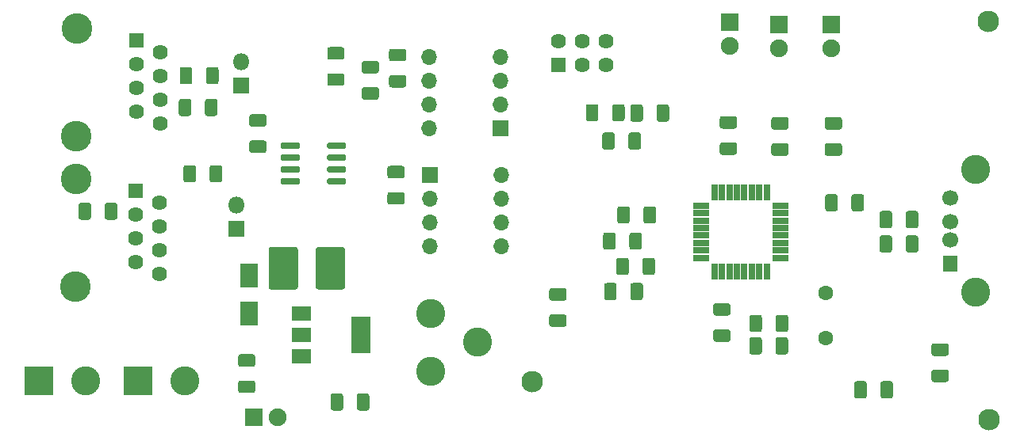
<source format=gbr>
%TF.GenerationSoftware,KiCad,Pcbnew,5.1.6-c6e7f7d~87~ubuntu18.04.1*%
%TF.CreationDate,2021-03-29T12:27:15+02:00*%
%TF.ProjectId,sboxnet2usb,73626f78-6e65-4743-9275-73622e6b6963,rev?*%
%TF.SameCoordinates,Original*%
%TF.FileFunction,Soldermask,Bot*%
%TF.FilePolarity,Negative*%
%FSLAX46Y46*%
G04 Gerber Fmt 4.6, Leading zero omitted, Abs format (unit mm)*
G04 Created by KiCad (PCBNEW 5.1.6-c6e7f7d~87~ubuntu18.04.1) date 2021-03-29 12:27:15*
%MOMM*%
%LPD*%
G01*
G04 APERTURE LIST*
%ADD10R,1.900000X2.600000*%
%ADD11C,1.700000*%
%ADD12R,1.600000X1.700000*%
%ADD13C,3.100000*%
%ADD14C,2.300000*%
%ADD15C,3.270000*%
%ADD16R,1.624000X1.624000*%
%ADD17C,1.624000*%
%ADD18O,1.800000X1.800000*%
%ADD19R,1.800000X1.800000*%
%ADD20R,3.100000X3.100000*%
%ADD21R,2.100000X1.600000*%
%ADD22R,2.100000X3.900000*%
%ADD23C,1.600000*%
%ADD24O,1.700000X1.700000*%
%ADD25R,1.700000X1.700000*%
%ADD26R,1.700000X0.650000*%
%ADD27R,0.650000X1.700000*%
%ADD28O,1.900000X1.900000*%
%ADD29R,1.900000X1.900000*%
G04 APERTURE END LIST*
%TO.C,R10*%
G36*
G01*
X176230000Y-92775000D02*
X174920000Y-92775000D01*
G75*
G02*
X174650000Y-92505000I0J270000D01*
G01*
X174650000Y-91695000D01*
G75*
G02*
X174920000Y-91425000I270000J0D01*
G01*
X176230000Y-91425000D01*
G75*
G02*
X176500000Y-91695000I0J-270000D01*
G01*
X176500000Y-92505000D01*
G75*
G02*
X176230000Y-92775000I-270000J0D01*
G01*
G37*
G36*
G01*
X176230000Y-95575000D02*
X174920000Y-95575000D01*
G75*
G02*
X174650000Y-95305000I0J270000D01*
G01*
X174650000Y-94495000D01*
G75*
G02*
X174920000Y-94225000I270000J0D01*
G01*
X176230000Y-94225000D01*
G75*
G02*
X176500000Y-94495000I0J-270000D01*
G01*
X176500000Y-95305000D01*
G75*
G02*
X176230000Y-95575000I-270000J0D01*
G01*
G37*
%TD*%
D10*
%TO.C,D5*%
X174600000Y-108700000D03*
X174600000Y-112700000D03*
%TD*%
D11*
%TO.C,J1*%
X249500000Y-100400000D03*
X249500000Y-102900000D03*
X249500000Y-104900000D03*
D12*
X249500000Y-107400000D03*
D13*
X252210000Y-97330000D03*
X252210000Y-110470000D03*
%TD*%
D14*
%TO.C,REF\u002A\u002A*%
X253600000Y-124100000D03*
%TD*%
%TO.C,REF\u002A\u002A*%
X253500000Y-81500000D03*
%TD*%
%TO.C,REF\u002A\u002A*%
X204900000Y-120000000D03*
%TD*%
%TO.C,R13*%
G36*
G01*
X168975001Y-97145000D02*
X168975001Y-98455000D01*
G75*
G02*
X168705001Y-98725000I-270000J0D01*
G01*
X167895001Y-98725000D01*
G75*
G02*
X167625001Y-98455000I0J270000D01*
G01*
X167625001Y-97145000D01*
G75*
G02*
X167895001Y-96875000I270000J0D01*
G01*
X168705001Y-96875000D01*
G75*
G02*
X168975001Y-97145000I0J-270000D01*
G01*
G37*
G36*
G01*
X171775001Y-97145000D02*
X171775001Y-98455000D01*
G75*
G02*
X171505001Y-98725000I-270000J0D01*
G01*
X170695001Y-98725000D01*
G75*
G02*
X170425001Y-98455000I0J270000D01*
G01*
X170425001Y-97145000D01*
G75*
G02*
X170695001Y-96875000I270000J0D01*
G01*
X171505001Y-96875000D01*
G75*
G02*
X171775001Y-97145000I0J-270000D01*
G01*
G37*
%TD*%
D15*
%TO.C,J3*%
X156075540Y-109850000D03*
X156200000Y-98385000D03*
D16*
X162550000Y-99660000D03*
D17*
X165090000Y-100930000D03*
X162550000Y-102200000D03*
X165090000Y-103470000D03*
X162550000Y-104740000D03*
X162550000Y-107280000D03*
X165090000Y-106005000D03*
X165090000Y-108545000D03*
%TD*%
D15*
%TO.C,J4*%
X156175540Y-93750000D03*
X156300000Y-82285000D03*
D16*
X162650000Y-83560000D03*
D17*
X165190000Y-84830000D03*
X162650000Y-86100000D03*
X165190000Y-87370000D03*
X162650000Y-88640000D03*
X162650000Y-91180000D03*
X165190000Y-89905000D03*
X165190000Y-92445000D03*
%TD*%
%TO.C,R17*%
G36*
G01*
X170025000Y-87955000D02*
X170025000Y-86645000D01*
G75*
G02*
X170295000Y-86375000I270000J0D01*
G01*
X171105000Y-86375000D01*
G75*
G02*
X171375000Y-86645000I0J-270000D01*
G01*
X171375000Y-87955000D01*
G75*
G02*
X171105000Y-88225000I-270000J0D01*
G01*
X170295000Y-88225000D01*
G75*
G02*
X170025000Y-87955000I0J270000D01*
G01*
G37*
G36*
G01*
X167225000Y-87955000D02*
X167225000Y-86645000D01*
G75*
G02*
X167495000Y-86375000I270000J0D01*
G01*
X168305000Y-86375000D01*
G75*
G02*
X168575000Y-86645000I0J-270000D01*
G01*
X168575000Y-87955000D01*
G75*
G02*
X168305000Y-88225000I-270000J0D01*
G01*
X167495000Y-88225000D01*
G75*
G02*
X167225000Y-87955000I0J270000D01*
G01*
G37*
%TD*%
D18*
%TO.C,J5*%
X173300000Y-101160000D03*
D19*
X173300000Y-103700000D03*
%TD*%
%TO.C,R18*%
G36*
G01*
X157775000Y-101145000D02*
X157775000Y-102455000D01*
G75*
G02*
X157505000Y-102725000I-270000J0D01*
G01*
X156695000Y-102725000D01*
G75*
G02*
X156425000Y-102455000I0J270000D01*
G01*
X156425000Y-101145000D01*
G75*
G02*
X156695000Y-100875000I270000J0D01*
G01*
X157505000Y-100875000D01*
G75*
G02*
X157775000Y-101145000I0J-270000D01*
G01*
G37*
G36*
G01*
X160575000Y-101145000D02*
X160575000Y-102455000D01*
G75*
G02*
X160305000Y-102725000I-270000J0D01*
G01*
X159495000Y-102725000D01*
G75*
G02*
X159225000Y-102455000I0J270000D01*
G01*
X159225000Y-101145000D01*
G75*
G02*
X159495000Y-100875000I270000J0D01*
G01*
X160305000Y-100875000D01*
G75*
G02*
X160575000Y-101145000I0J-270000D01*
G01*
G37*
%TD*%
%TO.C,R14*%
G36*
G01*
X168475000Y-90045000D02*
X168475000Y-91355000D01*
G75*
G02*
X168205000Y-91625000I-270000J0D01*
G01*
X167395000Y-91625000D01*
G75*
G02*
X167125000Y-91355000I0J270000D01*
G01*
X167125000Y-90045000D01*
G75*
G02*
X167395000Y-89775000I270000J0D01*
G01*
X168205000Y-89775000D01*
G75*
G02*
X168475000Y-90045000I0J-270000D01*
G01*
G37*
G36*
G01*
X171275000Y-90045000D02*
X171275000Y-91355000D01*
G75*
G02*
X171005000Y-91625000I-270000J0D01*
G01*
X170195000Y-91625000D01*
G75*
G02*
X169925000Y-91355000I0J270000D01*
G01*
X169925000Y-90045000D01*
G75*
G02*
X170195000Y-89775000I270000J0D01*
G01*
X171005000Y-89775000D01*
G75*
G02*
X171275000Y-90045000I0J-270000D01*
G01*
G37*
%TD*%
%TO.C,U5*%
G36*
G01*
X180050000Y-94620000D02*
X180050000Y-94970000D01*
G75*
G02*
X179875000Y-95145000I-175000J0D01*
G01*
X178175000Y-95145000D01*
G75*
G02*
X178000000Y-94970000I0J175000D01*
G01*
X178000000Y-94620000D01*
G75*
G02*
X178175000Y-94445000I175000J0D01*
G01*
X179875000Y-94445000D01*
G75*
G02*
X180050000Y-94620000I0J-175000D01*
G01*
G37*
G36*
G01*
X180050000Y-95890000D02*
X180050000Y-96240000D01*
G75*
G02*
X179875000Y-96415000I-175000J0D01*
G01*
X178175000Y-96415000D01*
G75*
G02*
X178000000Y-96240000I0J175000D01*
G01*
X178000000Y-95890000D01*
G75*
G02*
X178175000Y-95715000I175000J0D01*
G01*
X179875000Y-95715000D01*
G75*
G02*
X180050000Y-95890000I0J-175000D01*
G01*
G37*
G36*
G01*
X180050000Y-97160000D02*
X180050000Y-97510000D01*
G75*
G02*
X179875000Y-97685000I-175000J0D01*
G01*
X178175000Y-97685000D01*
G75*
G02*
X178000000Y-97510000I0J175000D01*
G01*
X178000000Y-97160000D01*
G75*
G02*
X178175000Y-96985000I175000J0D01*
G01*
X179875000Y-96985000D01*
G75*
G02*
X180050000Y-97160000I0J-175000D01*
G01*
G37*
G36*
G01*
X180050000Y-98430000D02*
X180050000Y-98780000D01*
G75*
G02*
X179875000Y-98955000I-175000J0D01*
G01*
X178175000Y-98955000D01*
G75*
G02*
X178000000Y-98780000I0J175000D01*
G01*
X178000000Y-98430000D01*
G75*
G02*
X178175000Y-98255000I175000J0D01*
G01*
X179875000Y-98255000D01*
G75*
G02*
X180050000Y-98430000I0J-175000D01*
G01*
G37*
G36*
G01*
X185000000Y-98430000D02*
X185000000Y-98780000D01*
G75*
G02*
X184825000Y-98955000I-175000J0D01*
G01*
X183125000Y-98955000D01*
G75*
G02*
X182950000Y-98780000I0J175000D01*
G01*
X182950000Y-98430000D01*
G75*
G02*
X183125000Y-98255000I175000J0D01*
G01*
X184825000Y-98255000D01*
G75*
G02*
X185000000Y-98430000I0J-175000D01*
G01*
G37*
G36*
G01*
X185000000Y-97160000D02*
X185000000Y-97510000D01*
G75*
G02*
X184825000Y-97685000I-175000J0D01*
G01*
X183125000Y-97685000D01*
G75*
G02*
X182950000Y-97510000I0J175000D01*
G01*
X182950000Y-97160000D01*
G75*
G02*
X183125000Y-96985000I175000J0D01*
G01*
X184825000Y-96985000D01*
G75*
G02*
X185000000Y-97160000I0J-175000D01*
G01*
G37*
G36*
G01*
X185000000Y-95890000D02*
X185000000Y-96240000D01*
G75*
G02*
X184825000Y-96415000I-175000J0D01*
G01*
X183125000Y-96415000D01*
G75*
G02*
X182950000Y-96240000I0J175000D01*
G01*
X182950000Y-95890000D01*
G75*
G02*
X183125000Y-95715000I175000J0D01*
G01*
X184825000Y-95715000D01*
G75*
G02*
X185000000Y-95890000I0J-175000D01*
G01*
G37*
G36*
G01*
X185000000Y-94620000D02*
X185000000Y-94970000D01*
G75*
G02*
X184825000Y-95145000I-175000J0D01*
G01*
X183125000Y-95145000D01*
G75*
G02*
X182950000Y-94970000I0J175000D01*
G01*
X182950000Y-94620000D01*
G75*
G02*
X183125000Y-94445000I175000J0D01*
G01*
X184825000Y-94445000D01*
G75*
G02*
X185000000Y-94620000I0J-175000D01*
G01*
G37*
%TD*%
D18*
%TO.C,J6*%
X173800000Y-85835000D03*
D19*
X173800000Y-88375000D03*
%TD*%
D13*
%TO.C,J7*%
X157200000Y-119900000D03*
D20*
X152200000Y-119900000D03*
%TD*%
%TO.C,R11*%
G36*
G01*
X173720000Y-119900000D02*
X175030000Y-119900000D01*
G75*
G02*
X175300000Y-120170000I0J-270000D01*
G01*
X175300000Y-120980000D01*
G75*
G02*
X175030000Y-121250000I-270000J0D01*
G01*
X173720000Y-121250000D01*
G75*
G02*
X173450000Y-120980000I0J270000D01*
G01*
X173450000Y-120170000D01*
G75*
G02*
X173720000Y-119900000I270000J0D01*
G01*
G37*
G36*
G01*
X173720000Y-117100000D02*
X175030000Y-117100000D01*
G75*
G02*
X175300000Y-117370000I0J-270000D01*
G01*
X175300000Y-118180000D01*
G75*
G02*
X175030000Y-118450000I-270000J0D01*
G01*
X173720000Y-118450000D01*
G75*
G02*
X173450000Y-118180000I0J270000D01*
G01*
X173450000Y-117370000D01*
G75*
G02*
X173720000Y-117100000I270000J0D01*
G01*
G37*
%TD*%
%TO.C,TH2*%
G36*
G01*
X181750000Y-109916735D02*
X181750000Y-105883265D01*
G75*
G02*
X182008265Y-105625000I258265J0D01*
G01*
X184616735Y-105625000D01*
G75*
G02*
X184875000Y-105883265I0J-258265D01*
G01*
X184875000Y-109916735D01*
G75*
G02*
X184616735Y-110175000I-258265J0D01*
G01*
X182008265Y-110175000D01*
G75*
G02*
X181750000Y-109916735I0J258265D01*
G01*
G37*
G36*
G01*
X176725000Y-109916735D02*
X176725000Y-105883265D01*
G75*
G02*
X176983265Y-105625000I258265J0D01*
G01*
X179591735Y-105625000D01*
G75*
G02*
X179850000Y-105883265I0J-258265D01*
G01*
X179850000Y-109916735D01*
G75*
G02*
X179591735Y-110175000I-258265J0D01*
G01*
X176983265Y-110175000D01*
G75*
G02*
X176725000Y-109916735I0J258265D01*
G01*
G37*
%TD*%
%TO.C,C8*%
G36*
G01*
X184675000Y-121545000D02*
X184675000Y-122855000D01*
G75*
G02*
X184405000Y-123125000I-270000J0D01*
G01*
X183595000Y-123125000D01*
G75*
G02*
X183325000Y-122855000I0J270000D01*
G01*
X183325000Y-121545000D01*
G75*
G02*
X183595000Y-121275000I270000J0D01*
G01*
X184405000Y-121275000D01*
G75*
G02*
X184675000Y-121545000I0J-270000D01*
G01*
G37*
G36*
G01*
X187475000Y-121545000D02*
X187475000Y-122855000D01*
G75*
G02*
X187205000Y-123125000I-270000J0D01*
G01*
X186395000Y-123125000D01*
G75*
G02*
X186125000Y-122855000I0J270000D01*
G01*
X186125000Y-121545000D01*
G75*
G02*
X186395000Y-121275000I270000J0D01*
G01*
X187205000Y-121275000D01*
G75*
G02*
X187475000Y-121545000I0J-270000D01*
G01*
G37*
%TD*%
%TO.C,R8*%
G36*
G01*
X190980000Y-98300000D02*
X189670000Y-98300000D01*
G75*
G02*
X189400000Y-98030000I0J270000D01*
G01*
X189400000Y-97220000D01*
G75*
G02*
X189670000Y-96950000I270000J0D01*
G01*
X190980000Y-96950000D01*
G75*
G02*
X191250000Y-97220000I0J-270000D01*
G01*
X191250000Y-98030000D01*
G75*
G02*
X190980000Y-98300000I-270000J0D01*
G01*
G37*
G36*
G01*
X190980000Y-101100000D02*
X189670000Y-101100000D01*
G75*
G02*
X189400000Y-100830000I0J270000D01*
G01*
X189400000Y-100020000D01*
G75*
G02*
X189670000Y-99750000I270000J0D01*
G01*
X190980000Y-99750000D01*
G75*
G02*
X191250000Y-100020000I0J-270000D01*
G01*
X191250000Y-100830000D01*
G75*
G02*
X190980000Y-101100000I-270000J0D01*
G01*
G37*
%TD*%
D13*
%TO.C,J2*%
X194000000Y-118900000D03*
X199000000Y-115800000D03*
X194000000Y-112700000D03*
%TD*%
%TO.C,J8*%
X167800000Y-119900000D03*
D20*
X162800000Y-119900000D03*
%TD*%
%TO.C,R21*%
G36*
G01*
X213375000Y-91930000D02*
X213375000Y-90620000D01*
G75*
G02*
X213645000Y-90350000I270000J0D01*
G01*
X214455000Y-90350000D01*
G75*
G02*
X214725000Y-90620000I0J-270000D01*
G01*
X214725000Y-91930000D01*
G75*
G02*
X214455000Y-92200000I-270000J0D01*
G01*
X213645000Y-92200000D01*
G75*
G02*
X213375000Y-91930000I0J270000D01*
G01*
G37*
G36*
G01*
X210575000Y-91930000D02*
X210575000Y-90620000D01*
G75*
G02*
X210845000Y-90350000I270000J0D01*
G01*
X211655000Y-90350000D01*
G75*
G02*
X211925000Y-90620000I0J-270000D01*
G01*
X211925000Y-91930000D01*
G75*
G02*
X211655000Y-92200000I-270000J0D01*
G01*
X210845000Y-92200000D01*
G75*
G02*
X210575000Y-91930000I0J270000D01*
G01*
G37*
%TD*%
%TO.C,R20*%
G36*
G01*
X218125000Y-91955000D02*
X218125000Y-90645000D01*
G75*
G02*
X218395000Y-90375000I270000J0D01*
G01*
X219205000Y-90375000D01*
G75*
G02*
X219475000Y-90645000I0J-270000D01*
G01*
X219475000Y-91955000D01*
G75*
G02*
X219205000Y-92225000I-270000J0D01*
G01*
X218395000Y-92225000D01*
G75*
G02*
X218125000Y-91955000I0J270000D01*
G01*
G37*
G36*
G01*
X215325000Y-91955000D02*
X215325000Y-90645000D01*
G75*
G02*
X215595000Y-90375000I270000J0D01*
G01*
X216405000Y-90375000D01*
G75*
G02*
X216675000Y-90645000I0J-270000D01*
G01*
X216675000Y-91955000D01*
G75*
G02*
X216405000Y-92225000I-270000J0D01*
G01*
X215595000Y-92225000D01*
G75*
G02*
X215325000Y-91955000I0J270000D01*
G01*
G37*
%TD*%
%TO.C,C7*%
G36*
G01*
X183245000Y-87049999D02*
X184555000Y-87049999D01*
G75*
G02*
X184825000Y-87319999I0J-270000D01*
G01*
X184825000Y-88129999D01*
G75*
G02*
X184555000Y-88399999I-270000J0D01*
G01*
X183245000Y-88399999D01*
G75*
G02*
X182975000Y-88129999I0J270000D01*
G01*
X182975000Y-87319999D01*
G75*
G02*
X183245000Y-87049999I270000J0D01*
G01*
G37*
G36*
G01*
X183245000Y-84249999D02*
X184555000Y-84249999D01*
G75*
G02*
X184825000Y-84519999I0J-270000D01*
G01*
X184825000Y-85329999D01*
G75*
G02*
X184555000Y-85599999I-270000J0D01*
G01*
X183245000Y-85599999D01*
G75*
G02*
X182975000Y-85329999I0J270000D01*
G01*
X182975000Y-84519999D01*
G75*
G02*
X183245000Y-84249999I270000J0D01*
G01*
G37*
%TD*%
%TO.C,C9*%
G36*
G01*
X189845000Y-87225000D02*
X191155000Y-87225000D01*
G75*
G02*
X191425000Y-87495000I0J-270000D01*
G01*
X191425000Y-88305000D01*
G75*
G02*
X191155000Y-88575000I-270000J0D01*
G01*
X189845000Y-88575000D01*
G75*
G02*
X189575000Y-88305000I0J270000D01*
G01*
X189575000Y-87495000D01*
G75*
G02*
X189845000Y-87225000I270000J0D01*
G01*
G37*
G36*
G01*
X189845000Y-84425000D02*
X191155000Y-84425000D01*
G75*
G02*
X191425000Y-84695000I0J-270000D01*
G01*
X191425000Y-85505000D01*
G75*
G02*
X191155000Y-85775000I-270000J0D01*
G01*
X189845000Y-85775000D01*
G75*
G02*
X189575000Y-85505000I0J270000D01*
G01*
X189575000Y-84695000D01*
G75*
G02*
X189845000Y-84425000I270000J0D01*
G01*
G37*
%TD*%
D21*
%TO.C,U6*%
X180250000Y-117300000D03*
X180250000Y-112700000D03*
X180250000Y-115000000D03*
D22*
X186550000Y-115000000D03*
%TD*%
%TO.C,R16*%
G36*
G01*
X216625000Y-108355000D02*
X216625000Y-107045000D01*
G75*
G02*
X216895000Y-106775000I270000J0D01*
G01*
X217705000Y-106775000D01*
G75*
G02*
X217975000Y-107045000I0J-270000D01*
G01*
X217975000Y-108355000D01*
G75*
G02*
X217705000Y-108625000I-270000J0D01*
G01*
X216895000Y-108625000D01*
G75*
G02*
X216625000Y-108355000I0J270000D01*
G01*
G37*
G36*
G01*
X213825000Y-108355000D02*
X213825000Y-107045000D01*
G75*
G02*
X214095000Y-106775000I270000J0D01*
G01*
X214905000Y-106775000D01*
G75*
G02*
X215175000Y-107045000I0J-270000D01*
G01*
X215175000Y-108355000D01*
G75*
G02*
X214905000Y-108625000I-270000J0D01*
G01*
X214095000Y-108625000D01*
G75*
G02*
X213825000Y-108355000I0J270000D01*
G01*
G37*
%TD*%
%TO.C,R15*%
G36*
G01*
X216725000Y-102855000D02*
X216725000Y-101545000D01*
G75*
G02*
X216995000Y-101275000I270000J0D01*
G01*
X217805000Y-101275000D01*
G75*
G02*
X218075000Y-101545000I0J-270000D01*
G01*
X218075000Y-102855000D01*
G75*
G02*
X217805000Y-103125000I-270000J0D01*
G01*
X216995000Y-103125000D01*
G75*
G02*
X216725000Y-102855000I0J270000D01*
G01*
G37*
G36*
G01*
X213925000Y-102855000D02*
X213925000Y-101545000D01*
G75*
G02*
X214195000Y-101275000I270000J0D01*
G01*
X215005000Y-101275000D01*
G75*
G02*
X215275000Y-101545000I0J-270000D01*
G01*
X215275000Y-102855000D01*
G75*
G02*
X215005000Y-103125000I-270000J0D01*
G01*
X214195000Y-103125000D01*
G75*
G02*
X213925000Y-102855000I0J270000D01*
G01*
G37*
%TD*%
%TO.C,R12*%
G36*
G01*
X213675000Y-93645000D02*
X213675000Y-94955000D01*
G75*
G02*
X213405000Y-95225000I-270000J0D01*
G01*
X212595000Y-95225000D01*
G75*
G02*
X212325000Y-94955000I0J270000D01*
G01*
X212325000Y-93645000D01*
G75*
G02*
X212595000Y-93375000I270000J0D01*
G01*
X213405000Y-93375000D01*
G75*
G02*
X213675000Y-93645000I0J-270000D01*
G01*
G37*
G36*
G01*
X216475000Y-93645000D02*
X216475000Y-94955000D01*
G75*
G02*
X216205000Y-95225000I-270000J0D01*
G01*
X215395000Y-95225000D01*
G75*
G02*
X215125000Y-94955000I0J270000D01*
G01*
X215125000Y-93645000D01*
G75*
G02*
X215395000Y-93375000I270000J0D01*
G01*
X216205000Y-93375000D01*
G75*
G02*
X216475000Y-93645000I0J-270000D01*
G01*
G37*
%TD*%
%TO.C,C5*%
G36*
G01*
X225754999Y-112975000D02*
X224444999Y-112975000D01*
G75*
G02*
X224174999Y-112705000I0J270000D01*
G01*
X224174999Y-111895000D01*
G75*
G02*
X224444999Y-111625000I270000J0D01*
G01*
X225754999Y-111625000D01*
G75*
G02*
X226024999Y-111895000I0J-270000D01*
G01*
X226024999Y-112705000D01*
G75*
G02*
X225754999Y-112975000I-270000J0D01*
G01*
G37*
G36*
G01*
X225754999Y-115775000D02*
X224444999Y-115775000D01*
G75*
G02*
X224174999Y-115505000I0J270000D01*
G01*
X224174999Y-114695000D01*
G75*
G02*
X224444999Y-114425000I270000J0D01*
G01*
X225754999Y-114425000D01*
G75*
G02*
X226024999Y-114695000I0J-270000D01*
G01*
X226024999Y-115505000D01*
G75*
G02*
X225754999Y-115775000I-270000J0D01*
G01*
G37*
%TD*%
D23*
%TO.C,Y1*%
X236200000Y-115380000D03*
X236200000Y-110500000D03*
%TD*%
D24*
%TO.C,U4*%
X201520000Y-97900000D03*
X193900000Y-105520000D03*
X201520000Y-100440000D03*
X193900000Y-102980000D03*
X201520000Y-102980000D03*
X193900000Y-100440000D03*
X201520000Y-105520000D03*
D25*
X193900000Y-97900000D03*
%TD*%
D24*
%TO.C,U3*%
X193880000Y-92900000D03*
X201500000Y-85280000D03*
X193880000Y-90360000D03*
X201500000Y-87820000D03*
X193880000Y-87820000D03*
X201500000Y-90360000D03*
X193880000Y-85280000D03*
D25*
X201500000Y-92900000D03*
%TD*%
D16*
%TO.C,U2*%
X207620000Y-86140000D03*
D17*
X207620000Y-83600000D03*
X210160000Y-86140000D03*
X210160000Y-83600000D03*
X212700000Y-86140000D03*
X212700000Y-83600000D03*
%TD*%
D26*
%TO.C,U1*%
X231350000Y-106800000D03*
X231350000Y-106000000D03*
X231350000Y-105200000D03*
X231350000Y-104400000D03*
X231350000Y-103600000D03*
X231350000Y-102800000D03*
X231350000Y-102000000D03*
X231350000Y-101200000D03*
D27*
X229900000Y-99750000D03*
X229100000Y-99750000D03*
X228300000Y-99750000D03*
X227500000Y-99750000D03*
X226700000Y-99750000D03*
X225900000Y-99750000D03*
X225100000Y-99750000D03*
X224300000Y-99750000D03*
D26*
X222850000Y-101200000D03*
X222850000Y-102000000D03*
X222850000Y-102800000D03*
X222850000Y-103600000D03*
X222850000Y-104400000D03*
X222850000Y-105200000D03*
X222850000Y-106000000D03*
X222850000Y-106800000D03*
D27*
X224300000Y-108250000D03*
X225100000Y-108250000D03*
X225900000Y-108250000D03*
X226700000Y-108250000D03*
X227500000Y-108250000D03*
X228300000Y-108250000D03*
X229100000Y-108250000D03*
X229900000Y-108250000D03*
%TD*%
%TO.C,TH1*%
G36*
G01*
X249055000Y-117275000D02*
X247745000Y-117275000D01*
G75*
G02*
X247475000Y-117005000I0J270000D01*
G01*
X247475000Y-116195000D01*
G75*
G02*
X247745000Y-115925000I270000J0D01*
G01*
X249055000Y-115925000D01*
G75*
G02*
X249325000Y-116195000I0J-270000D01*
G01*
X249325000Y-117005000D01*
G75*
G02*
X249055000Y-117275000I-270000J0D01*
G01*
G37*
G36*
G01*
X249055000Y-120075000D02*
X247745000Y-120075000D01*
G75*
G02*
X247475000Y-119805000I0J270000D01*
G01*
X247475000Y-118995000D01*
G75*
G02*
X247745000Y-118725000I270000J0D01*
G01*
X249055000Y-118725000D01*
G75*
G02*
X249325000Y-118995000I0J-270000D01*
G01*
X249325000Y-119805000D01*
G75*
G02*
X249055000Y-120075000I-270000J0D01*
G01*
G37*
%TD*%
%TO.C,R7*%
G36*
G01*
X226455000Y-92975000D02*
X225145000Y-92975000D01*
G75*
G02*
X224875000Y-92705000I0J270000D01*
G01*
X224875000Y-91895000D01*
G75*
G02*
X225145000Y-91625000I270000J0D01*
G01*
X226455000Y-91625000D01*
G75*
G02*
X226725000Y-91895000I0J-270000D01*
G01*
X226725000Y-92705000D01*
G75*
G02*
X226455000Y-92975000I-270000J0D01*
G01*
G37*
G36*
G01*
X226455000Y-95775000D02*
X225145000Y-95775000D01*
G75*
G02*
X224875000Y-95505000I0J270000D01*
G01*
X224875000Y-94695000D01*
G75*
G02*
X225145000Y-94425000I270000J0D01*
G01*
X226455000Y-94425000D01*
G75*
G02*
X226725000Y-94695000I0J-270000D01*
G01*
X226725000Y-95505000D01*
G75*
G02*
X226455000Y-95775000I-270000J0D01*
G01*
G37*
%TD*%
%TO.C,R6*%
G36*
G01*
X213775000Y-104345000D02*
X213775000Y-105655000D01*
G75*
G02*
X213505000Y-105925000I-270000J0D01*
G01*
X212695000Y-105925000D01*
G75*
G02*
X212425000Y-105655000I0J270000D01*
G01*
X212425000Y-104345000D01*
G75*
G02*
X212695000Y-104075000I270000J0D01*
G01*
X213505000Y-104075000D01*
G75*
G02*
X213775000Y-104345000I0J-270000D01*
G01*
G37*
G36*
G01*
X216575000Y-104345000D02*
X216575000Y-105655000D01*
G75*
G02*
X216305000Y-105925000I-270000J0D01*
G01*
X215495000Y-105925000D01*
G75*
G02*
X215225000Y-105655000I0J270000D01*
G01*
X215225000Y-104345000D01*
G75*
G02*
X215495000Y-104075000I270000J0D01*
G01*
X216305000Y-104075000D01*
G75*
G02*
X216575000Y-104345000I0J-270000D01*
G01*
G37*
%TD*%
%TO.C,R5*%
G36*
G01*
X231955000Y-93075000D02*
X230645000Y-93075000D01*
G75*
G02*
X230375000Y-92805000I0J270000D01*
G01*
X230375000Y-91995000D01*
G75*
G02*
X230645000Y-91725000I270000J0D01*
G01*
X231955000Y-91725000D01*
G75*
G02*
X232225000Y-91995000I0J-270000D01*
G01*
X232225000Y-92805000D01*
G75*
G02*
X231955000Y-93075000I-270000J0D01*
G01*
G37*
G36*
G01*
X231955000Y-95875000D02*
X230645000Y-95875000D01*
G75*
G02*
X230375000Y-95605000I0J270000D01*
G01*
X230375000Y-94795000D01*
G75*
G02*
X230645000Y-94525000I270000J0D01*
G01*
X231955000Y-94525000D01*
G75*
G02*
X232225000Y-94795000I0J-270000D01*
G01*
X232225000Y-95605000D01*
G75*
G02*
X231955000Y-95875000I-270000J0D01*
G01*
G37*
%TD*%
%TO.C,R4*%
G36*
G01*
X213875000Y-109745000D02*
X213875000Y-111055000D01*
G75*
G02*
X213605000Y-111325000I-270000J0D01*
G01*
X212795000Y-111325000D01*
G75*
G02*
X212525000Y-111055000I0J270000D01*
G01*
X212525000Y-109745000D01*
G75*
G02*
X212795000Y-109475000I270000J0D01*
G01*
X213605000Y-109475000D01*
G75*
G02*
X213875000Y-109745000I0J-270000D01*
G01*
G37*
G36*
G01*
X216675000Y-109745000D02*
X216675000Y-111055000D01*
G75*
G02*
X216405000Y-111325000I-270000J0D01*
G01*
X215595000Y-111325000D01*
G75*
G02*
X215325000Y-111055000I0J270000D01*
G01*
X215325000Y-109745000D01*
G75*
G02*
X215595000Y-109475000I270000J0D01*
G01*
X216405000Y-109475000D01*
G75*
G02*
X216675000Y-109745000I0J-270000D01*
G01*
G37*
%TD*%
%TO.C,R3*%
G36*
G01*
X237655000Y-93075000D02*
X236345000Y-93075000D01*
G75*
G02*
X236075000Y-92805000I0J270000D01*
G01*
X236075000Y-91995000D01*
G75*
G02*
X236345000Y-91725000I270000J0D01*
G01*
X237655000Y-91725000D01*
G75*
G02*
X237925000Y-91995000I0J-270000D01*
G01*
X237925000Y-92805000D01*
G75*
G02*
X237655000Y-93075000I-270000J0D01*
G01*
G37*
G36*
G01*
X237655000Y-95875000D02*
X236345000Y-95875000D01*
G75*
G02*
X236075000Y-95605000I0J270000D01*
G01*
X236075000Y-94795000D01*
G75*
G02*
X236345000Y-94525000I270000J0D01*
G01*
X237655000Y-94525000D01*
G75*
G02*
X237925000Y-94795000I0J-270000D01*
G01*
X237925000Y-95605000D01*
G75*
G02*
X237655000Y-95875000I-270000J0D01*
G01*
G37*
%TD*%
%TO.C,R2*%
G36*
G01*
X244725000Y-105955000D02*
X244725000Y-104645000D01*
G75*
G02*
X244995000Y-104375000I270000J0D01*
G01*
X245805000Y-104375000D01*
G75*
G02*
X246075000Y-104645000I0J-270000D01*
G01*
X246075000Y-105955000D01*
G75*
G02*
X245805000Y-106225000I-270000J0D01*
G01*
X244995000Y-106225000D01*
G75*
G02*
X244725000Y-105955000I0J270000D01*
G01*
G37*
G36*
G01*
X241925000Y-105955000D02*
X241925000Y-104645000D01*
G75*
G02*
X242195000Y-104375000I270000J0D01*
G01*
X243005000Y-104375000D01*
G75*
G02*
X243275000Y-104645000I0J-270000D01*
G01*
X243275000Y-105955000D01*
G75*
G02*
X243005000Y-106225000I-270000J0D01*
G01*
X242195000Y-106225000D01*
G75*
G02*
X241925000Y-105955000I0J270000D01*
G01*
G37*
%TD*%
%TO.C,R1*%
G36*
G01*
X244725000Y-103355000D02*
X244725000Y-102045000D01*
G75*
G02*
X244995000Y-101775000I270000J0D01*
G01*
X245805000Y-101775000D01*
G75*
G02*
X246075000Y-102045000I0J-270000D01*
G01*
X246075000Y-103355000D01*
G75*
G02*
X245805000Y-103625000I-270000J0D01*
G01*
X244995000Y-103625000D01*
G75*
G02*
X244725000Y-103355000I0J270000D01*
G01*
G37*
G36*
G01*
X241925000Y-103355000D02*
X241925000Y-102045000D01*
G75*
G02*
X242195000Y-101775000I270000J0D01*
G01*
X243005000Y-101775000D01*
G75*
G02*
X243275000Y-102045000I0J-270000D01*
G01*
X243275000Y-103355000D01*
G75*
G02*
X243005000Y-103625000I-270000J0D01*
G01*
X242195000Y-103625000D01*
G75*
G02*
X241925000Y-103355000I0J270000D01*
G01*
G37*
%TD*%
D28*
%TO.C,D3*%
X225900000Y-84140000D03*
D29*
X225900000Y-81600000D03*
%TD*%
D28*
%TO.C,D2*%
X231200000Y-84340000D03*
D29*
X231200000Y-81800000D03*
%TD*%
D28*
%TO.C,D1*%
X236800000Y-84340000D03*
D29*
X236800000Y-81800000D03*
%TD*%
%TO.C,C6*%
G36*
G01*
X206945000Y-112825000D02*
X208255000Y-112825000D01*
G75*
G02*
X208525000Y-113095000I0J-270000D01*
G01*
X208525000Y-113905000D01*
G75*
G02*
X208255000Y-114175000I-270000J0D01*
G01*
X206945000Y-114175000D01*
G75*
G02*
X206675000Y-113905000I0J270000D01*
G01*
X206675000Y-113095000D01*
G75*
G02*
X206945000Y-112825000I270000J0D01*
G01*
G37*
G36*
G01*
X206945000Y-110025000D02*
X208255000Y-110025000D01*
G75*
G02*
X208525000Y-110295000I0J-270000D01*
G01*
X208525000Y-111105000D01*
G75*
G02*
X208255000Y-111375000I-270000J0D01*
G01*
X206945000Y-111375000D01*
G75*
G02*
X206675000Y-111105000I0J270000D01*
G01*
X206675000Y-110295000D01*
G75*
G02*
X206945000Y-110025000I270000J0D01*
G01*
G37*
%TD*%
%TO.C,C4*%
G36*
G01*
X238925000Y-101555000D02*
X238925000Y-100245000D01*
G75*
G02*
X239195000Y-99975000I270000J0D01*
G01*
X240005000Y-99975000D01*
G75*
G02*
X240275000Y-100245000I0J-270000D01*
G01*
X240275000Y-101555000D01*
G75*
G02*
X240005000Y-101825000I-270000J0D01*
G01*
X239195000Y-101825000D01*
G75*
G02*
X238925000Y-101555000I0J270000D01*
G01*
G37*
G36*
G01*
X236125000Y-101555000D02*
X236125000Y-100245000D01*
G75*
G02*
X236395000Y-99975000I270000J0D01*
G01*
X237205000Y-99975000D01*
G75*
G02*
X237475000Y-100245000I0J-270000D01*
G01*
X237475000Y-101555000D01*
G75*
G02*
X237205000Y-101825000I-270000J0D01*
G01*
X236395000Y-101825000D01*
G75*
G02*
X236125000Y-101555000I0J270000D01*
G01*
G37*
%TD*%
%TO.C,C3*%
G36*
G01*
X240575000Y-120245000D02*
X240575000Y-121555000D01*
G75*
G02*
X240305000Y-121825000I-270000J0D01*
G01*
X239495000Y-121825000D01*
G75*
G02*
X239225000Y-121555000I0J270000D01*
G01*
X239225000Y-120245000D01*
G75*
G02*
X239495000Y-119975000I270000J0D01*
G01*
X240305000Y-119975000D01*
G75*
G02*
X240575000Y-120245000I0J-270000D01*
G01*
G37*
G36*
G01*
X243375000Y-120245000D02*
X243375000Y-121555000D01*
G75*
G02*
X243105000Y-121825000I-270000J0D01*
G01*
X242295000Y-121825000D01*
G75*
G02*
X242025000Y-121555000I0J270000D01*
G01*
X242025000Y-120245000D01*
G75*
G02*
X242295000Y-119975000I270000J0D01*
G01*
X243105000Y-119975000D01*
G75*
G02*
X243375000Y-120245000I0J-270000D01*
G01*
G37*
%TD*%
%TO.C,C2*%
G36*
G01*
X229375000Y-115545000D02*
X229375000Y-116855000D01*
G75*
G02*
X229105000Y-117125000I-270000J0D01*
G01*
X228295000Y-117125000D01*
G75*
G02*
X228025000Y-116855000I0J270000D01*
G01*
X228025000Y-115545000D01*
G75*
G02*
X228295000Y-115275000I270000J0D01*
G01*
X229105000Y-115275000D01*
G75*
G02*
X229375000Y-115545000I0J-270000D01*
G01*
G37*
G36*
G01*
X232175000Y-115545000D02*
X232175000Y-116855000D01*
G75*
G02*
X231905000Y-117125000I-270000J0D01*
G01*
X231095000Y-117125000D01*
G75*
G02*
X230825000Y-116855000I0J270000D01*
G01*
X230825000Y-115545000D01*
G75*
G02*
X231095000Y-115275000I270000J0D01*
G01*
X231905000Y-115275000D01*
G75*
G02*
X232175000Y-115545000I0J-270000D01*
G01*
G37*
%TD*%
%TO.C,C1*%
G36*
G01*
X229375000Y-113145000D02*
X229375000Y-114455000D01*
G75*
G02*
X229105000Y-114725000I-270000J0D01*
G01*
X228295000Y-114725000D01*
G75*
G02*
X228025000Y-114455000I0J270000D01*
G01*
X228025000Y-113145000D01*
G75*
G02*
X228295000Y-112875000I270000J0D01*
G01*
X229105000Y-112875000D01*
G75*
G02*
X229375000Y-113145000I0J-270000D01*
G01*
G37*
G36*
G01*
X232175000Y-113145000D02*
X232175000Y-114455000D01*
G75*
G02*
X231905000Y-114725000I-270000J0D01*
G01*
X231095000Y-114725000D01*
G75*
G02*
X230825000Y-114455000I0J270000D01*
G01*
X230825000Y-113145000D01*
G75*
G02*
X231095000Y-112875000I270000J0D01*
G01*
X231905000Y-112875000D01*
G75*
G02*
X232175000Y-113145000I0J-270000D01*
G01*
G37*
%TD*%
%TO.C,R9*%
G36*
G01*
X188230000Y-87075000D02*
X186920000Y-87075000D01*
G75*
G02*
X186650000Y-86805000I0J270000D01*
G01*
X186650000Y-85995000D01*
G75*
G02*
X186920000Y-85725000I270000J0D01*
G01*
X188230000Y-85725000D01*
G75*
G02*
X188500000Y-85995000I0J-270000D01*
G01*
X188500000Y-86805000D01*
G75*
G02*
X188230000Y-87075000I-270000J0D01*
G01*
G37*
G36*
G01*
X188230000Y-89875000D02*
X186920000Y-89875000D01*
G75*
G02*
X186650000Y-89605000I0J270000D01*
G01*
X186650000Y-88795000D01*
G75*
G02*
X186920000Y-88525000I270000J0D01*
G01*
X188230000Y-88525000D01*
G75*
G02*
X188500000Y-88795000I0J-270000D01*
G01*
X188500000Y-89605000D01*
G75*
G02*
X188230000Y-89875000I-270000J0D01*
G01*
G37*
%TD*%
D28*
%TO.C,D4*%
X177640000Y-123850000D03*
D29*
X175100000Y-123850000D03*
%TD*%
M02*

</source>
